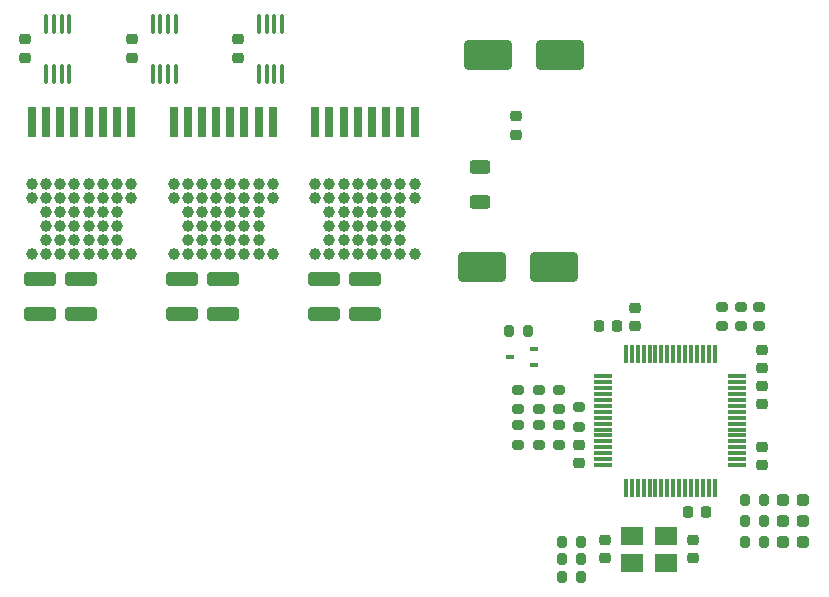
<source format=gbr>
%TF.GenerationSoftware,KiCad,Pcbnew,7.0.10*%
%TF.CreationDate,2024-02-05T19:27:08+01:00*%
%TF.ProjectId,vesc6,76657363-362e-46b6-9963-61645f706362,rev?*%
%TF.SameCoordinates,Original*%
%TF.FileFunction,Paste,Top*%
%TF.FilePolarity,Positive*%
%FSLAX46Y46*%
G04 Gerber Fmt 4.6, Leading zero omitted, Abs format (unit mm)*
G04 Created by KiCad (PCBNEW 7.0.10) date 2024-02-05 19:27:08*
%MOMM*%
%LPD*%
G01*
G04 APERTURE LIST*
G04 Aperture macros list*
%AMRoundRect*
0 Rectangle with rounded corners*
0 $1 Rounding radius*
0 $2 $3 $4 $5 $6 $7 $8 $9 X,Y pos of 4 corners*
0 Add a 4 corners polygon primitive as box body*
4,1,4,$2,$3,$4,$5,$6,$7,$8,$9,$2,$3,0*
0 Add four circle primitives for the rounded corners*
1,1,$1+$1,$2,$3*
1,1,$1+$1,$4,$5*
1,1,$1+$1,$6,$7*
1,1,$1+$1,$8,$9*
0 Add four rect primitives between the rounded corners*
20,1,$1+$1,$2,$3,$4,$5,0*
20,1,$1+$1,$4,$5,$6,$7,0*
20,1,$1+$1,$6,$7,$8,$9,0*
20,1,$1+$1,$8,$9,$2,$3,0*%
G04 Aperture macros list end*
%ADD10RoundRect,0.250000X-1.750000X-1.000000X1.750000X-1.000000X1.750000X1.000000X-1.750000X1.000000X0*%
%ADD11RoundRect,0.100000X-0.100000X0.712500X-0.100000X-0.712500X0.100000X-0.712500X0.100000X0.712500X0*%
%ADD12RoundRect,0.200000X-0.275000X0.200000X-0.275000X-0.200000X0.275000X-0.200000X0.275000X0.200000X0*%
%ADD13RoundRect,0.200000X0.275000X-0.200000X0.275000X0.200000X-0.275000X0.200000X-0.275000X-0.200000X0*%
%ADD14RoundRect,0.250000X-1.100000X0.325000X-1.100000X-0.325000X1.100000X-0.325000X1.100000X0.325000X0*%
%ADD15RoundRect,0.200000X-0.200000X-0.275000X0.200000X-0.275000X0.200000X0.275000X-0.200000X0.275000X0*%
%ADD16R,0.700000X2.600000*%
%ADD17C,1.000000*%
%ADD18RoundRect,0.225000X-0.250000X0.225000X-0.250000X-0.225000X0.250000X-0.225000X0.250000X0.225000X0*%
%ADD19RoundRect,0.237500X0.287500X0.237500X-0.287500X0.237500X-0.287500X-0.237500X0.287500X-0.237500X0*%
%ADD20RoundRect,0.200000X0.200000X0.275000X-0.200000X0.275000X-0.200000X-0.275000X0.200000X-0.275000X0*%
%ADD21RoundRect,0.225000X0.250000X-0.225000X0.250000X0.225000X-0.250000X0.225000X-0.250000X-0.225000X0*%
%ADD22R,1.950000X1.500000*%
%ADD23RoundRect,0.075000X0.075000X-0.700000X0.075000X0.700000X-0.075000X0.700000X-0.075000X-0.700000X0*%
%ADD24RoundRect,0.075000X0.700000X-0.075000X0.700000X0.075000X-0.700000X0.075000X-0.700000X-0.075000X0*%
%ADD25RoundRect,0.225000X0.225000X0.250000X-0.225000X0.250000X-0.225000X-0.250000X0.225000X-0.250000X0*%
%ADD26R,0.700000X0.450000*%
%ADD27RoundRect,0.250000X-0.625000X0.312500X-0.625000X-0.312500X0.625000X-0.312500X0.625000X0.312500X0*%
G04 APERTURE END LIST*
D10*
%TO.C,C56*%
X190950000Y-50000000D03*
X197050000Y-50000000D03*
%TD*%
D11*
%TO.C,U7*%
X155975000Y-29387500D03*
X155325000Y-29387500D03*
X154675000Y-29387500D03*
X154025000Y-29387500D03*
X154025000Y-33612500D03*
X154675000Y-33612500D03*
X155325000Y-33612500D03*
X155975000Y-33612500D03*
%TD*%
D12*
%TO.C,R8*%
X211200000Y-53350000D03*
X211200000Y-55000000D03*
%TD*%
D13*
%TO.C,R27*%
X193950000Y-65050000D03*
X193950000Y-63400000D03*
%TD*%
D14*
%TO.C,C49*%
X169000000Y-51025000D03*
X169000000Y-53975000D03*
%TD*%
D15*
%TO.C,R28*%
X193175000Y-55400000D03*
X194825000Y-55400000D03*
%TD*%
%TO.C,R10*%
X197675000Y-74750000D03*
X199325000Y-74750000D03*
%TD*%
D16*
%TO.C,Q6*%
X185200000Y-37750000D03*
X184000000Y-37750000D03*
X182800000Y-37750000D03*
X181600000Y-37750000D03*
X180400000Y-37750000D03*
X179200000Y-37750000D03*
X178000000Y-37750000D03*
X176800000Y-37750000D03*
D17*
X185200000Y-42930000D03*
X184000000Y-42930000D03*
X182800000Y-42930000D03*
X181600000Y-42930000D03*
X180400000Y-42930000D03*
X179200000Y-42930000D03*
X178000000Y-42930000D03*
X176800000Y-42930000D03*
X185200000Y-44130000D03*
X184000000Y-44130000D03*
X182800000Y-44130000D03*
X181600000Y-44130000D03*
X180400000Y-44130000D03*
X179200000Y-44130000D03*
X178000000Y-44130000D03*
X176800000Y-44130000D03*
X184000000Y-45330000D03*
X182800000Y-45330000D03*
X181600000Y-45330000D03*
X180400000Y-45330000D03*
X179200000Y-45330000D03*
X178000000Y-45330000D03*
X184000000Y-46530000D03*
X182800000Y-46530000D03*
X181600000Y-46530000D03*
X180400000Y-46530000D03*
X179200000Y-46530000D03*
X178000000Y-46530000D03*
X184000000Y-47730000D03*
X182800000Y-47730000D03*
X181600000Y-47730000D03*
X180400000Y-47730000D03*
X179200000Y-47730000D03*
X178000000Y-47730000D03*
X185200000Y-48930000D03*
X184000000Y-48930000D03*
X182800000Y-48930000D03*
X181600000Y-48930000D03*
X180400000Y-48930000D03*
X179200000Y-48930000D03*
X178000000Y-48930000D03*
X176800000Y-48930000D03*
%TD*%
D11*
%TO.C,U12*%
X173975000Y-29387500D03*
X173325000Y-29387500D03*
X172675000Y-29387500D03*
X172025000Y-29387500D03*
X172025000Y-33612500D03*
X172675000Y-33612500D03*
X173325000Y-33612500D03*
X173975000Y-33612500D03*
%TD*%
D18*
%TO.C,C13*%
X214600000Y-60025000D03*
X214600000Y-61575000D03*
%TD*%
D15*
%TO.C,R13*%
X197675000Y-73250000D03*
X199325000Y-73250000D03*
%TD*%
D12*
%TO.C,R7*%
X212800000Y-53350000D03*
X212800000Y-55000000D03*
%TD*%
D14*
%TO.C,C54*%
X157000000Y-51025000D03*
X157000000Y-53975000D03*
%TD*%
D19*
%TO.C,D5*%
X218125000Y-73250000D03*
X216375000Y-73250000D03*
%TD*%
D18*
%TO.C,C6*%
X214600000Y-65225000D03*
X214600000Y-66775000D03*
%TD*%
D12*
%TO.C,R20*%
X197450000Y-60400000D03*
X197450000Y-62050000D03*
%TD*%
D20*
%TO.C,R15*%
X214825000Y-71500000D03*
X213175000Y-71500000D03*
%TD*%
D21*
%TO.C,C7*%
X199100000Y-66600000D03*
X199100000Y-65050000D03*
%TD*%
D20*
%TO.C,R14*%
X214825000Y-73250000D03*
X213175000Y-73250000D03*
%TD*%
D18*
%TO.C,C51*%
X170250000Y-30725000D03*
X170250000Y-32275000D03*
%TD*%
D21*
%TO.C,C27*%
X193750000Y-38775000D03*
X193750000Y-37225000D03*
%TD*%
D13*
%TO.C,R25*%
X195700000Y-65050000D03*
X195700000Y-63400000D03*
%TD*%
D15*
%TO.C,R12*%
X197675000Y-76250000D03*
X199325000Y-76250000D03*
%TD*%
D12*
%TO.C,R6*%
X214400000Y-53350000D03*
X214400000Y-55000000D03*
%TD*%
D14*
%TO.C,C55*%
X153500000Y-51025000D03*
X153500000Y-53975000D03*
%TD*%
D21*
%TO.C,C9*%
X214600000Y-58525000D03*
X214600000Y-56975000D03*
%TD*%
D10*
%TO.C,C58*%
X191450000Y-32000000D03*
X197550000Y-32000000D03*
%TD*%
D12*
%TO.C,R29*%
X199100000Y-61875000D03*
X199100000Y-63525000D03*
%TD*%
D13*
%TO.C,R21*%
X197450000Y-65050000D03*
X197450000Y-63400000D03*
%TD*%
D19*
%TO.C,D6*%
X218125000Y-71500000D03*
X216375000Y-71500000D03*
%TD*%
D14*
%TO.C,C42*%
X177500000Y-51025000D03*
X177500000Y-53975000D03*
%TD*%
D21*
%TO.C,C10*%
X201350000Y-74650000D03*
X201350000Y-73100000D03*
%TD*%
D18*
%TO.C,C44*%
X161250000Y-30725000D03*
X161250000Y-32275000D03*
%TD*%
D22*
%TO.C,Y1*%
X203625000Y-75025000D03*
X206475000Y-75025000D03*
X206475000Y-72725000D03*
X203625000Y-72725000D03*
%TD*%
D12*
%TO.C,R24*%
X195700000Y-60400000D03*
X195700000Y-62050000D03*
%TD*%
D14*
%TO.C,C50*%
X165500000Y-51025000D03*
X165500000Y-53975000D03*
%TD*%
D23*
%TO.C,U1*%
X203100000Y-68675000D03*
X203600000Y-68675000D03*
X204100000Y-68675000D03*
X204600000Y-68675000D03*
X205100000Y-68675000D03*
X205600000Y-68675000D03*
X206100000Y-68675000D03*
X206600000Y-68675000D03*
X207100000Y-68675000D03*
X207600000Y-68675000D03*
X208100000Y-68675000D03*
X208600000Y-68675000D03*
X209100000Y-68675000D03*
X209600000Y-68675000D03*
X210100000Y-68675000D03*
X210600000Y-68675000D03*
D24*
X212525000Y-66750000D03*
X212525000Y-66250000D03*
X212525000Y-65750000D03*
X212525000Y-65250000D03*
X212525000Y-64750000D03*
X212525000Y-64250000D03*
X212525000Y-63750000D03*
X212525000Y-63250000D03*
X212525000Y-62750000D03*
X212525000Y-62250000D03*
X212525000Y-61750000D03*
X212525000Y-61250000D03*
X212525000Y-60750000D03*
X212525000Y-60250000D03*
X212525000Y-59750000D03*
X212525000Y-59250000D03*
D23*
X210600000Y-57325000D03*
X210100000Y-57325000D03*
X209600000Y-57325000D03*
X209100000Y-57325000D03*
X208600000Y-57325000D03*
X208100000Y-57325000D03*
X207600000Y-57325000D03*
X207100000Y-57325000D03*
X206600000Y-57325000D03*
X206100000Y-57325000D03*
X205600000Y-57325000D03*
X205100000Y-57325000D03*
X204600000Y-57325000D03*
X204100000Y-57325000D03*
X203600000Y-57325000D03*
X203100000Y-57325000D03*
D24*
X201175000Y-59250000D03*
X201175000Y-59750000D03*
X201175000Y-60250000D03*
X201175000Y-60750000D03*
X201175000Y-61250000D03*
X201175000Y-61750000D03*
X201175000Y-62250000D03*
X201175000Y-62750000D03*
X201175000Y-63250000D03*
X201175000Y-63750000D03*
X201175000Y-64250000D03*
X201175000Y-64750000D03*
X201175000Y-65250000D03*
X201175000Y-65750000D03*
X201175000Y-66250000D03*
X201175000Y-66750000D03*
%TD*%
D25*
%TO.C,C8*%
X202375000Y-55000000D03*
X200825000Y-55000000D03*
%TD*%
D18*
%TO.C,C38*%
X152250000Y-30725000D03*
X152250000Y-32275000D03*
%TD*%
D26*
%TO.C,Q1*%
X195300000Y-58250000D03*
X195300000Y-56950000D03*
X193300000Y-57600000D03*
%TD*%
D12*
%TO.C,R26*%
X193950000Y-60400000D03*
X193950000Y-62050000D03*
%TD*%
D20*
%TO.C,R16*%
X214825000Y-69750000D03*
X213175000Y-69750000D03*
%TD*%
D25*
%TO.C,C5*%
X209875000Y-70750000D03*
X208325000Y-70750000D03*
%TD*%
D27*
%TO.C,FB1*%
X190750000Y-41537500D03*
X190750000Y-44462500D03*
%TD*%
D19*
%TO.C,D7*%
X218125000Y-69750000D03*
X216375000Y-69750000D03*
%TD*%
D11*
%TO.C,U10*%
X164975000Y-29387500D03*
X164325000Y-29387500D03*
X163675000Y-29387500D03*
X163025000Y-29387500D03*
X163025000Y-33612500D03*
X163675000Y-33612500D03*
X164325000Y-33612500D03*
X164975000Y-33612500D03*
%TD*%
D16*
%TO.C,Q2*%
X161200000Y-37750000D03*
X160000000Y-37750000D03*
X158800000Y-37750000D03*
X157600000Y-37750000D03*
X156400000Y-37750000D03*
X155200000Y-37750000D03*
X154000000Y-37750000D03*
X152800000Y-37750000D03*
D17*
X161200000Y-42930000D03*
X160000000Y-42930000D03*
X158800000Y-42930000D03*
X157600000Y-42930000D03*
X156400000Y-42930000D03*
X155200000Y-42930000D03*
X154000000Y-42930000D03*
X152800000Y-42930000D03*
X161200000Y-44130000D03*
X160000000Y-44130000D03*
X158800000Y-44130000D03*
X157600000Y-44130000D03*
X156400000Y-44130000D03*
X155200000Y-44130000D03*
X154000000Y-44130000D03*
X152800000Y-44130000D03*
X160000000Y-45330000D03*
X158800000Y-45330000D03*
X157600000Y-45330000D03*
X156400000Y-45330000D03*
X155200000Y-45330000D03*
X154000000Y-45330000D03*
X160000000Y-46530000D03*
X158800000Y-46530000D03*
X157600000Y-46530000D03*
X156400000Y-46530000D03*
X155200000Y-46530000D03*
X154000000Y-46530000D03*
X160000000Y-47730000D03*
X158800000Y-47730000D03*
X157600000Y-47730000D03*
X156400000Y-47730000D03*
X155200000Y-47730000D03*
X154000000Y-47730000D03*
X161200000Y-48930000D03*
X160000000Y-48930000D03*
X158800000Y-48930000D03*
X157600000Y-48930000D03*
X156400000Y-48930000D03*
X155200000Y-48930000D03*
X154000000Y-48930000D03*
X152800000Y-48930000D03*
%TD*%
D16*
%TO.C,Q4*%
X173200000Y-37750000D03*
X172000000Y-37750000D03*
X170800000Y-37750000D03*
X169600000Y-37750000D03*
X168400000Y-37750000D03*
X167200000Y-37750000D03*
X166000000Y-37750000D03*
X164800000Y-37750000D03*
D17*
X173200000Y-42930000D03*
X172000000Y-42930000D03*
X170800000Y-42930000D03*
X169600000Y-42930000D03*
X168400000Y-42930000D03*
X167200000Y-42930000D03*
X166000000Y-42930000D03*
X164800000Y-42930000D03*
X173200000Y-44130000D03*
X172000000Y-44130000D03*
X170800000Y-44130000D03*
X169600000Y-44130000D03*
X168400000Y-44130000D03*
X167200000Y-44130000D03*
X166000000Y-44130000D03*
X164800000Y-44130000D03*
X172000000Y-45330000D03*
X170800000Y-45330000D03*
X169600000Y-45330000D03*
X168400000Y-45330000D03*
X167200000Y-45330000D03*
X166000000Y-45330000D03*
X172000000Y-46530000D03*
X170800000Y-46530000D03*
X169600000Y-46530000D03*
X168400000Y-46530000D03*
X167200000Y-46530000D03*
X166000000Y-46530000D03*
X172000000Y-47730000D03*
X170800000Y-47730000D03*
X169600000Y-47730000D03*
X168400000Y-47730000D03*
X167200000Y-47730000D03*
X166000000Y-47730000D03*
X173200000Y-48930000D03*
X172000000Y-48930000D03*
X170800000Y-48930000D03*
X169600000Y-48930000D03*
X168400000Y-48930000D03*
X167200000Y-48930000D03*
X166000000Y-48930000D03*
X164800000Y-48930000D03*
%TD*%
D14*
%TO.C,C41*%
X181000000Y-51025000D03*
X181000000Y-53975000D03*
%TD*%
D21*
%TO.C,C14*%
X203850000Y-55025000D03*
X203850000Y-53475000D03*
%TD*%
D18*
%TO.C,C11*%
X208750000Y-73100000D03*
X208750000Y-74650000D03*
%TD*%
M02*

</source>
